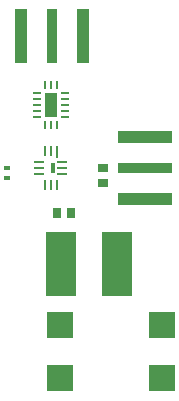
<source format=gtp>
G04*
G04 #@! TF.GenerationSoftware,Altium Limited,Altium Designer,24.1.2 (44)*
G04*
G04 Layer_Color=8421504*
%FSLAX44Y44*%
%MOMM*%
G71*
G04*
G04 #@! TF.SameCoordinates,CE4EC833-A4B3-435F-913A-33A71637FA1F*
G04*
G04*
G04 #@! TF.FilePolarity,Positive*
G04*
G01*
G75*
%ADD15R,1.0000X4.5600*%
%ADD16R,0.8500X4.5600*%
%ADD17R,0.7500X0.9000*%
%ADD18R,2.2000X2.2000*%
%ADD19R,0.9906X2.0066*%
%ADD20R,0.2032X0.7112*%
%ADD21R,0.7112X0.2032*%
%ADD22R,0.3048X0.8128*%
%ADD23R,0.8128X0.2794*%
%ADD24R,0.2794X0.8128*%
%ADD25R,0.2794X1.0160*%
%ADD26R,0.5000X0.4000*%
%ADD27R,2.5022X5.5031*%
%ADD28R,0.9200X0.7400*%
%ADD29R,4.5600X1.0000*%
%ADD30R,4.5600X0.8500*%
D15*
X718350Y1101090D02*
D03*
X665950D02*
D03*
D16*
X692150D02*
D03*
D17*
X708310Y951230D02*
D03*
X696310D02*
D03*
D18*
X784680Y856461D02*
D03*
X698680D02*
D03*
Y811461D02*
D03*
X784680D02*
D03*
D19*
X690880Y1043178D02*
D03*
D20*
X685800Y1060196D02*
D03*
X690880D02*
D03*
X695960D02*
D03*
Y1026160D02*
D03*
X690880D02*
D03*
X685800D02*
D03*
D21*
X702818Y1053338D02*
D03*
Y1048258D02*
D03*
Y1043178D02*
D03*
Y1038098D02*
D03*
Y1033018D02*
D03*
X678942D02*
D03*
Y1038098D02*
D03*
Y1043178D02*
D03*
Y1048258D02*
D03*
Y1053338D02*
D03*
D22*
X692904Y989330D02*
D03*
D23*
X700405Y994331D02*
D03*
Y989330D02*
D03*
Y984329D02*
D03*
X681355D02*
D03*
Y989330D02*
D03*
Y994331D02*
D03*
D24*
X695881Y974852D02*
D03*
X690880D02*
D03*
X685879D02*
D03*
Y1003808D02*
D03*
X690880D02*
D03*
D25*
X695881Y1002792D02*
D03*
D26*
X654050Y981330D02*
D03*
Y989330D02*
D03*
D27*
X746779Y908050D02*
D03*
X699770D02*
D03*
D28*
X735330Y989330D02*
D03*
Y976930D02*
D03*
D29*
X770890Y963130D02*
D03*
Y1015530D02*
D03*
D30*
Y989330D02*
D03*
M02*

</source>
